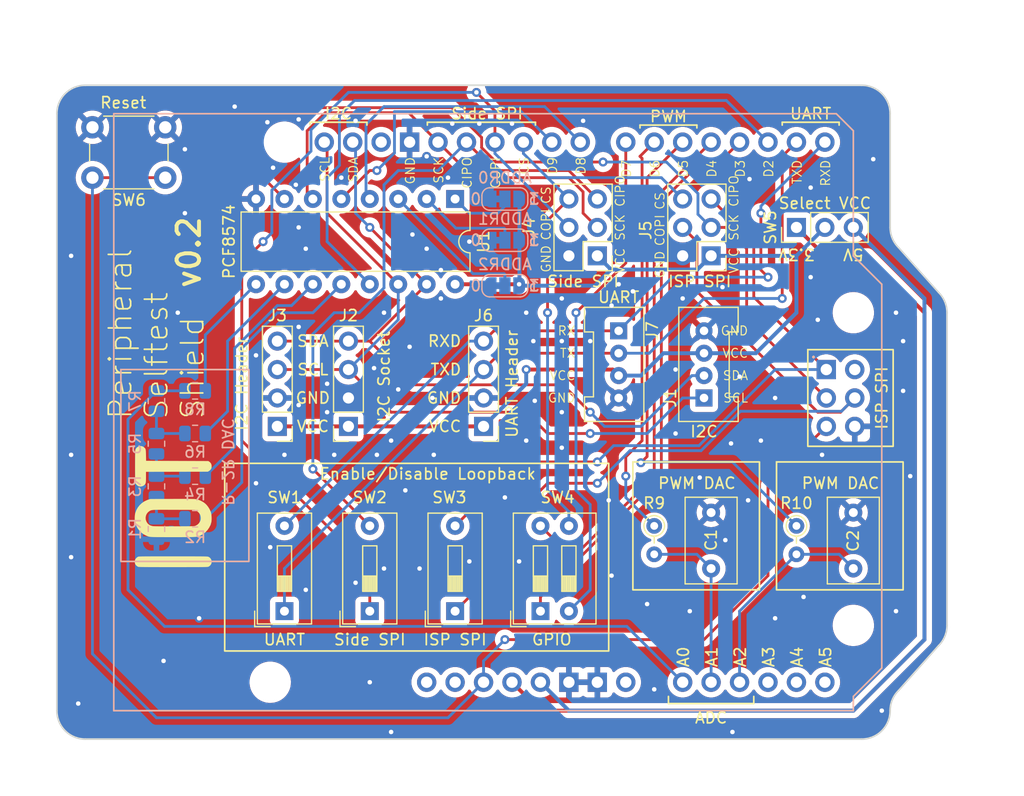
<source format=kicad_pcb>
(kicad_pcb (version 20221018) (generator pcbnew)
  (layers (0 "F.Cu" signal) (31 "B.Cu" signal) (34 "B.Paste" user) (35 "F.Paste" user) (36 "B.SilkS" user "B.Silkscreen") (37 "F.SilkS" user "F.Silkscreen") (38 "B.Mask" user) (39 "F.Mask" user) (44 "Edge.Cuts" user))
  (net 0 "")
  (net 1 "GND")
  (net 2 "/IOEXT_ADDR0")
  (net 3 "VCC")
  (net 4 "/IOEXT_ADDR1")
  (net 5 "/IOEXT_ADDR2")
  (net 6 "Net-(R1-Pad2)")
  (net 7 "/A2")
  (net 8 "Net-(R3-Pad2)")
  (net 9 "/R-2R_3")
  (net 10 "Net-(R5-Pad2)")
  (net 11 "/R-2R_2")
  (net 12 "/A0")
  (net 13 "/R-2R_1")
  (net 14 "/R-2R_0")
  (net 15 "/PWM0")
  (net 16 "/PWM1")
  (net 17 "/A5")
  (net 18 "/A1")
  (net 19 "/D9")
  (net 20 "/TXD")
  (net 21 "/RXD")
  (net 22 "/COPI_0")
  (net 23 "/CIPO_0")
  (net 24 "/COPI_1")
  (net 25 "/CIPO_1")
  (net 26 "/D3")
  (net 27 "/D8")
  (net 28 "/CS")
  (net 29 "/D4")
  (net 30 "+3.3V")
  (net 31 "+5V")
  (net 32 "/RST")
  (net 33 "/D7")
  (net 34 "/A4")
  (net 35 "/IOEXT_INT")
  (net 36 "/SCL")
  (net 37 "/SDA")
  (net 39 "/SCK_0")
  (net 41 "/SCK_1")
  (net 43 "/A3")
  (footprint "Custom Footprints:grove_uart" (layer "F.Cu") (at 136.525 68.12 -90)
    (fp_text reference "J7")
    (fp_text value "UART Grove")
  )
  (footprint "Package_DIP:DIP-16_W7.62mm" (layer "F.Cu") (at 121.92 53.34 -90)
    (fp_text reference "U1")
    (fp_text value "PCF8574")
  )
  (footprint "Custom Footprints:RIOT-Logo" (layer "F.Cu") (at 96.774 83.312 90)
    (fp_text reference "G***" hide)
    (fp_text value "RIOT-Logo" hide)
  )
  (footprint "Connector_PinHeader_2.54mm:PinHeader_1x04_P2.54mm_Vertical" (layer "F.Cu") (at 106.045 73.66 180)
    (fp_text reference "J3")
    (fp_text value "I2C Header")
  )
  (footprint "Custom Footprints:Arduino_Uno_R3_Shield" (layer "F.Cu") (at 91.44 99.06)
    (fp_text reference "XA1" hide)
    (fp_text value "Arduino_Uno_R3_Shield")
  )
  (footprint "Custom Footprints:grove_i2c" (layer "F.Cu") (at 144.145 68.12 90)
    (fp_text reference "J1")
    (fp_text value "I2C Grove")
  )
  (footprint "Button_Switch_THT:SW_DIP_SPSTx01_Slide_9.78x4.72mm_W7.62mm_P2.54mm" (layer "F.Cu") (at 106.68 90.17 90)
    (fp_text reference "SW1")
    (fp_text value "UART")
  )
  (footprint "Button_Switch_THT:SW_DIP_SPSTx01_Slide_9.78x4.72mm_W7.62mm_P2.54mm" (layer "F.Cu") (at 114.3 90.17 90)
    (fp_text reference "SW2")
    (fp_text value "Side SPI")
  )
  (footprint "Connector_PinHeader_2.54mm:PinHeader_1x04_P2.54mm_Vertical" (layer "F.Cu") (at 124.46 73.66 180)
    (fp_text reference "J6")
    (fp_text value "UART Header")
  )
  (footprint "Resistor_THT:R_Axial_DIN0204_L3.6mm_D1.6mm_P2.54mm_Vertical" (layer "F.Cu") (at 152.4 82.55 -90)
    (fp_text reference "R10")
    (fp_text value "1K")
  )
  (footprint "Connector_PinHeader_2.54mm:PinHeader_2x03_P2.54mm_Vertical" (layer "F.Cu") (at 134.62 58.42 180)
    (fp_text reference "J4")
    (fp_text value "Side SPI")
  )
  (footprint "Capacitor_THT:C_Disc_D7.5mm_W4.4mm_P5.00mm" (layer "F.Cu") (at 157.48 86.36 90)
    (fp_text reference "C2")
    (fp_text value "0.1 uF")
  )
  (footprint "Connector_PinHeader_2.54mm:PinHeader_1x03_P2.54mm_Vertical" (layer "F.Cu") (at 152.4 55.88 90)
    (fp_text reference "SW5")
    (fp_text value "Select VCC")
  )
  (footprint "Resistor_THT:R_Axial_DIN0204_L3.6mm_D1.6mm_P2.54mm_Vertical" (layer "F.Cu") (at 139.7 82.55 -90)
    (fp_text reference "R9")
    (fp_text value "1K")
  )
  (footprint "Connector_PinHeader_2.54mm:PinHeader_2x03_P2.54mm_Vertical" (layer "F.Cu") (at 144.78 58.42 180)
    (fp_text reference "J5")
    (fp_text value "ISP SPI")
  )
  (footprint "Connector_PinSocket_2.54mm:PinSocket_1x04_P2.54mm_Vertical" (layer "F.Cu") (at 112.395 73.66 180)
    (fp_text reference "J2")
    (fp_text value "I2C Socket")
  )
  (footprint "Button_Switch_THT:SW_DIP_SPSTx02_Slide_9.78x7.26mm_W7.62mm_P2.54mm" (layer "F.Cu") (at 129.54 90.17 90)
    (fp_text reference "SW4")
    (fp_text value "GPIO")
  )
  (footprint "Button_Switch_THT:SW_DIP_SPSTx01_Slide_9.78x4.72mm_W7.62mm_P2.54mm" (layer "F.Cu") (at 121.92 90.17 90)
    (fp_text reference "SW3")
    (fp_text value "ISP SPI")
  )
  (footprint "Capacitor_THT:C_Disc_D7.5mm_W4.4mm_P5.00mm" (layer "F.Cu") (at 144.78 86.36 90)
    (fp_text reference "C1")
    (fp_text value "0.1 uF")
  )
  (footprint "Button_Switch_THT:SW_PUSH_6mm_H4.3mm" (layer "F.Cu") (at 96.035 51.435 180)
    (fp_text reference "SW6")
    (fp_text value "Reset")
  )
  (footprint "Resistor_SMD:R_0805_2012Metric" (layer "B.Cu") (at 98.7025 78.105)
    (fp_text reference "R4")
    (fp_text value "20K" hide)
  )
  (footprint "Resistor_SMD:R_0805_2012Metric" (layer "B.Cu") (at 95.25 79.0175 90)
    (fp_text reference "R3")
    (fp_text value "10K" hide)
  )
  (footprint "Resistor_SMD:R_0805_2012Metric" (layer "B.Cu") (at 95.25 82.8275 90)
    (fp_text reference "R1")
    (fp_text value "20K" hide)
  )
  (footprint "Resistor_SMD:R_0805_2012Metric" (layer "B.Cu") (at 98.7025 74.295)
    (fp_text reference "R6")
    (fp_text value "20K" hide)
  )
  (footprint "Resistor_SMD:R_0805_2012Metric" (layer "B.Cu") (at 95.25 75.2075 90)
    (fp_text reference "R5")
    (fp_text value "10K" hide)
  )
  (footprint "Resistor_SMD:R_0805_2012Metric" (layer "B.Cu") (at 98.7025 70.485)
    (fp_text reference "R8")
    (fp_text value "20K" hide)
  )
  (footprint "Jumper:SolderJumper-3_P1.3mm_Bridged12_RoundedPad1.0x1.5mm_NumberLabels" (layer "B.Cu") (at 126.365 57.023)
    (fp_text reference "JP2" hide)
    (fp_text value "ADDR1")
  )
  (footprint "Jumper:SolderJumper-3_P1.3mm_Bridged12_RoundedPad1.0x1.5mm_NumberLabels" (layer "B.Cu") (at 126.365 61.087)
    (fp_text reference "JP3" hide)
    (fp_text value "ADDR2")
  )
  (footprint "Resistor_SMD:R_0805_2012Metric" (layer "B.Cu") (at 98.7025 81.915)
    (fp_text reference "R2")
    (fp_text value "20K" hide)
  )
  (footprint "Resistor_SMD:R_0805_2012Metric" (layer "B.Cu") (at 95.25 71.3975 90)
    (fp_text reference "R7")
    (fp_text value "10K" hide)
  )
  (footprint "Jumper:SolderJumper-3_P1.3mm_Bridged12_RoundedPad1.0x1.5mm_NumberLabels" (layer "B.Cu") (at 126.365 53.34)
    (fp_text reference "JP1" hide)
    (fp_text value "ADDR0")
  )
  (gr_rect (start 92.075 68.58) (end 103.505 85.725) (stroke (width 0.15)) (fill none) (layer "B.SilkS"))
  (gr_line (start 143.51 46.736) (end 143.51 46.99) (stroke (width 0.15)) (layer "F.SilkS"))
  (gr_rect (start 101.346 76.962) (end 135.636 93.726) (stroke (width 0.15)) (fill none) (layer "F.SilkS"))
  (gr_line (start 138.43 46.99) (end 138.43 46.736) (stroke (width 0.15)) (layer "F.SilkS"))
  (gr_line (start 140.97 97.79) (end 140.97 98.425) (stroke (width 0.15)) (layer "F.SilkS"))
  (gr_rect (start 137.795 76.835) (end 149.098 88.265) (stroke (width 0.15)) (fill none) (layer "F.SilkS"))
  (gr_line (start 129.093 46.482) (end 129.093 46.736) (stroke (width 0.15)) (layer "F.SilkS"))
  (gr_rect (start 150.622 76.835) (end 161.925 88.265) (stroke (width 0.15)) (fill none) (layer "F.SilkS"))
  (gr_line (start 151.13 46.482) (end 156.21 46.482) (stroke (width 0.15)) (layer "F.SilkS"))
  (gr_line (start 119.441 46.482) (end 129.093 46.482) (stroke (width 0.15)) (layer "F.SilkS"))
  (gr_line (start 119.441 46.736) (end 119.441 46.482) (stroke (width 0.15)) (layer "F.SilkS"))
  (gr_rect (start 153.416 66.802) (end 161.036 75.438) (stroke (width 0.15)) (fill none) (layer "F.SilkS"))
  (gr_line (start 156.21 46.482) (end 156.21 46.736) (stroke (width 0.15)) (layer "F.SilkS"))
  (gr_line (start 108.966 46.736) (end 108.966 46.482) (stroke (width 0.15)) (layer "F.SilkS"))
  (gr_line (start 151.13 46.736) (end 151.13 46.482) (stroke (width 0.15)) (layer "F.SilkS"))
  (gr_line (start 148.59 98.425) (end 148.59 97.79) (stroke (width 0.15)) (layer "F.SilkS"))
  (gr_line (start 140.97 98.425) (end 148.59 98.425) (stroke (width 0.15)) (layer "F.SilkS"))
  (gr_line (start 108.966 46.482) (end 114.046 46.482) (stroke (width 0.15)) (layer "F.SilkS"))
  (gr_line (start 114.046 46.482) (end 114.046 46.736) (stroke (width 0.15)) (layer "F.SilkS"))
  (gr_line (start 138.43 46.736) (end 143.51 46.736) (stroke (width 0.15)) (layer "F.SilkS"))
  (gr_line (start 165.1 93.236051) (end 161.507898 97.263949) (stroke (width 0.15)) (layer "Edge.Cuts"))
  (gr_arc (start 160.763949 99.06) (mid 160.957295 98.087984) (end 161.507898 97.263949) (stroke (width 0.15)) (layer "Edge.Cuts"))
  (gr_line (start 88.9 43.18) (end 158.223949 43.18) (stroke (width 0.15)) (layer "Edge.Cuts"))
  (gr_line (start 86.36 99.06) (end 86.36 45.72) (stroke (width 0.15)) (layer "Edge.Cuts"))
  (gr_line (start 161.507898 57.676051) (end 165.1 61.703949) (stroke (width 0.15)) (layer "Edge.Cuts"))
  (gr_arc (start 165.843949 91.44) (mid 165.650603 92.412016) (end 165.1 93.236051) (stroke (width 0.15)) (layer "Edge.Cuts"))
  (gr_arc (start 160.763949 99.06) (mid 160.02 100.856051) (end 158.223949 101.6) (stroke (width 0.15)) (layer "Edge.Cuts"))
  (gr_arc (start 86.36 45.72) (mid 87.103949 43.923949) (end 88.9 43.18) (stroke (width 0.15)) (layer "Edge.Cuts"))
  (gr_arc (start 158.223949 43.18) (mid 160.02 43.923949) (end 160.763949 45.72) (stroke (width 0.15)) (layer "Edge.Cuts"))
  (gr_arc (start 165.1 61.703949) (mid 165.650603 62.527984) (end 165.843949 63.5) (stroke (width 0.15)) (layer "Edge.Cuts"))
  (gr_line (start 158.223949 101.6) (end 88.9 101.6) (stroke (width 0.15)) (layer "Edge.Cuts"))
  (gr_arc (start 161.507898 57.676051) (mid 160.957295 56.852016) (end 160.763949 55.88) (stroke (width 0.15)) (layer "Edge.Cuts"))
  (gr_line (start 165.843949 63.5) (end 165.843949 91.44) (stroke (width 0.15)) (layer "Edge.Cuts"))
  (gr_line (start 160.763949 55.88) (end 160.763949 45.72) (stroke (width 0.15)) (layer "Edge.Cuts"))
  (gr_arc (start 88.9 101.6) (mid 87.103949 100.856051) (end 86.36 99.06) (stroke (width 0.15)) (layer "Edge.Cuts"))
  (gr_text "R-2R DAC" (at 101.6 76.835 -90) (layer "B.SilkS") (effects (font (size 1 1)) (justify mirror)))
  (gr_text "v0.2" (at 99.314 61.468 90) (layer "F.SilkS") (effects (font (size 2 2) (thickness 0.35) bold) (justify left bottom)))
  (gr_text "D5" (at 142.301 49.784 90) (layer "F.SilkS") (effects (font (size 0.8 0.8) (thickness 0.1)) (justify right)))
  (gr_text "PWM DAC" (at 156.337 78.74) (layer "F.SilkS") (effects (font (size 1 1))))
  (gr_text "CIPO" (at 122.997 49.53 90) (layer "F.SilkS") (effects (font (size 0.8 0.8) (thickness 0.1)) (justify right)))
  (gr_text "D8" (at 133.157 49.53 90) (layer "F.SilkS") (effects (font (size 0.8 0.8) (thickness 0.1)) (justify right)))
  (gr_text "VCC" (at 109.22 73.66) (layer "F.SilkS") (effects (font (size 1 1))))
  (gr_text "3.3V" (at 152.4 58.293 180) (layer "F.SilkS") (effects (font (size 1 1))))
  (gr_text "VCC" (at 136.652 57.658 90) (layer "F.SilkS") (effects (font (size 0.8 0.8) (thickness 0.1)) (justify right)))
  (gr_text "CS" (at 130.048 53.848 90) (layer "F.SilkS") (effects (font (size 0.8 0.8) (thickness 0.1)) (justify left)))
  (gr_text "CIPO" (at 146.812 54.102 90) (layer "F.SilkS") (effects (font (size 0.8 0.8) (thickness 0.1)) (justify left)))
  (gr_text "GND" (at 122.555 71.12) (layer "F.SilkS") (effects (font (size 1 1)) (justify right)))
  (gr_text "D6" (at 139.761 49.784 90) (layer "F.SilkS") (effects (font (size 0.8 0.8) (thickness 0.1)) (justify right)))
  (gr_text "SCL" (at 109.22 68.58) (layer "F.SilkS") (effects (font (size 1 1))))
  (gr_text "D2" (at 149.921 49.784 90) (layer "F.SilkS") (effects (font (size 0.8 0.8) (thickness 0.1)) (justify right)))
  (gr_text "SDA" (at 109.22 66.04) (layer "F.SilkS") (effects (font (size 1 1))))
  (gr_text "COPI" (at 130.048 55.626 90) (layer "F.SilkS") (effects (font (size 0.8 0.8) (thickness 0.1))))
  (gr_text "I2C" (at 111.506 45.72) (layer "F.SilkS") (effects (font (size 1 1))))
  (gr_text "A4" (at 152.461 95.25 90) (layer "F.SilkS") (effects (font (size 1 1)) (justify left)))
  (gr_text "CS" (at 140.208 54.356 90) (layer "F.SilkS") (effects (font (size 0.8 0.8) (thickness 0.1)) (justify left)))
  (gr_text "RXD" (at 155.001 49.784 90) (layer "F.SilkS") (effects (font (size 0.8 0.8) (thickness 0.1)) (justify right)))
  (gr_text "Peripheral\nSelftest\nShield" (at 95.25 73.152 90) (layer "F.SilkS") (effects (font (size 2 2)) (justify left)))
  (gr_text "VCC" (at 122.555 73.66) (layer "F.SilkS") (effects (font (size 1 1)) (justify right)))
  (gr_text "RXD" (at 122.555 66.04) (layer "F.SilkS") (effects (font (size 1 1)) (justify right)))
  (gr_text "A5" (at 155.001 95.25 90) (layer "F.SilkS") (effects (font (size 1 1)) (justify left)))
  (gr_text "CS" (at 128.077 49.53 90) (layer "F.SilkS") (effects (font (size 0.8 0.8) (thickness 0.1)) (justify right)))
  (gr_text "A1" (at 144.841 95.25 90) (layer "F.SilkS") (effects (font (size 1 1)) (justify left)))
  (gr_text "D9" (at 130.617 49.53 90) (layer "F.SilkS") (effects (font (size 0.8 0.8) (thickness 0.1)) (justify right)))
  (gr_text "ADC" (at 144.78 99.695) (layer "F.SilkS") (effects (font (size 1 1))))
  (gr_text "PWM DAC" (at 143.51 78.74) (layer "F.SilkS") (effects (font (size 1 1))))
  (gr_text "Enable/Disable Loopback" (at 109.728 78.486) (layer "F.SilkS") (effects (font (size 1 1)) (justify left bottom)))
  (gr_text "D3" (at 147.381 49.784 90) (layer "F.SilkS") (effects (font (size 0.8 0.8) (thickness 0.1)) (justify right)))
  (gr_text "SCL" (at 110.297 49.53 90) (layer "F.SilkS") (effects (font (size 0.8 0.8) (thickness 0.1)) (justify right)))
  (gr_text "A0" (at 142.301 95.25 90) (layer "F.SilkS") (effects (font (size 1 1)) (justify left)))
  (gr_text "D7" (at 137.221 49.784 90) (layer "F.SilkS") (effects (font (size 0.8 0.8) (thickness 0.1)) (justify right)))
  (gr_text "CIPO" (at 136.652 54.102 90) (layer "F.SilkS") (effects (font (size 0.8 0.8) (thickness 0.1)) (justify left)))
  (gr_text "SCK" (at 136.652 55.88 90) (layer "F.SilkS") (effects (font (size 0.8 0.8) (thickness 0.1))))
  (gr_text "5V" (at 157.48 58.293 180) (layer "F.SilkS") (effects (font (size 1 1))))
  (gr_text "UART" (at 153.67 45.72) (layer "F.SilkS") (effects (font (size 1 1))))
  (gr_text "SCK" (at 146.812 55.88 90) (layer "F.SilkS") (effects (font (size 0.8 0.8) (thickness 0.1))))
  (gr_text "A2" (at 147.381 95.25 90) (layer "F.SilkS") (effects (font (size 1 1)) (justify left)))
  (gr_text "Side SPI" (at 124.775 45.72) (layer "F.SilkS") (effects (font (size 1 1))))
  (gr_text "SDA" (at 112.837 49.53 90) (layer "F.SilkS") (effects (font (size 0.8 0.8) (thickness 0.1)) (justify right)))
  (gr_text "D4" (at 144.841 49.784 90) (layer "F.SilkS") (effects (font (size 0.8 0.8) (thickness 0.1)) (justify right)))
  (gr_text "ISP SPI" (at 160.02 71.12 90) (layer "F.SilkS") (effects (font (size 1 1))))
  (gr_text "COPI" (at 140.208 56.134 90) (layer "F.SilkS") (effects (font (size 0.8 0.8) (thickness 0.1))))
  (gr_text "COPI" (at 125.537 49.53 90) (layer "F.SilkS") (effects (font (size 0.8 0.8) (thickness 0.1)) (justify right)))
  (gr_text "GND" (at 117.917 49.53 90) (layer "F.SilkS") (effects (font (size 0.8 0.8) (thickness 0.1)) (justify right)))
  (gr_text "PWM" (at 140.97 45.974) (layer "F.SilkS") (effects (font (size 1 1))))
  (gr_text "SCK" (at 120.457 49.53 90) (layer "F.SilkS") (effects (font (size 0.8 0.8) (thickness 0.1)) (justify right)))
  (gr_text "VCC" (at 146.812 57.658 90) (layer "F.SilkS") (effects (font (size 0.8 0.8) (thickness 0.1)) (justify right)))
  (gr_text "GND" (at 140.208 57.912 90) (layer "F.SilkS") (effects (font (size 0.8 0.8) (thickness 0.1)) (justify right)))
  (gr_text "GND" (at 109.22 71.12) (layer "F.SilkS") (effects (font (size 1 1))))
  (gr_text "GND" (at 130.048 57.404 90) (layer "F.SilkS") (effects (font (size 0.8 0.8) (thickness 0.1)) (justify right)))
  (gr_text "TXD" (at 122.555 68.58) (layer "F.SilkS") (effects (font (size 1 1)) (justify right)))
  (gr_text "TXD" (at 152.461 49.784 90) (layer "F.SilkS") (effects (font (size 0.8 0.8) (thickness 0.1)) (justify right)))
  (gr_text "A3" (at 149.921 95.25 90) (layer "F.SilkS") (effects (font (size 1 1)) (justify left)))
  (via (at 126.365 80.01) (size 0.8) (drill 0.4) (layers "F.Cu" "B.Cu") (net 1))
  (via (at 104.14 67.31) (size 0.8) (drill 0.4) (layers "F.Cu" "B.Cu") (net 1))
  (via (at 161.925 66.04) (size 0.8) (drill 0.4) (layers "F.Cu" "B.Cu") (net 1))
  (via (at 119.38 57.785) (size 0.8) (drill 0.4) (layers "F.Cu" "B.Cu") (net 1))
  (via (at 135.89 62.865) (size 0.8) (drill 0.4) (layers "F.Cu" "B.Cu") (net 1))
  (via (at 87.63 85.344) (size 0.8) (drill 0.4) (layers "F.Cu" "B.Cu") (net 1))
  (via (at 119.888 71.12) (size 0.8) (drill 0.4) (layers "F.Cu" "B.Cu") (net 1))
  (via (at 129.032 71.374) (size 0.8) (drill 0.4) (layers "F.Cu" "B.Cu") (net 1))
  (via (at 115.57 86.36) (size 0.8) (drill 0.4) (layers "F.Cu" "B.Cu") (net 1))
  (via (at 108.585 57.785) (size 0.8) (drill 0.4) (layers "F.Cu" "B.Cu") (net 1))
  (via (at 95.885 94.615) (size 0.8) (drill 0.4) (layers "F.Cu" "B.Cu") (net 1))
  (via (at 114.3 96.52) (size 0.8) (drill 0.4) (layers "F.Cu" "B.Cu") (net 1))
  (via (at 127.635 85.725) (size 0.8) (drill 0.4) (layers "F.Cu" "B.Cu") (net 1))
  (via (at 114.935 76.2) (size 0.8) (drill 0.4) (layers "F.Cu" "B.Cu") (net 1))
  (via (at 105.664 50.546) (size 0.8) (drill 0.4) (layers "F.Cu" "B.Cu") (net 1))
  (via (at 142.24 62.23) (size 0.8) (drill 0.4) (layers "F.Cu" "B.Cu") (net 1))
  (via (at 159.258 49.784) (size 0.8) (drill 0.4) (layers "F.Cu" "B.Cu") (net 1))
  (via (at 105.41 84.455) (size 0.8) (drill 0.4) (layers "F.Cu" "B.Cu") (net 1))
  (via (at 118.11 56.515) (size 0.8) (drill 0.4) (layers "F.Cu" "B.Cu") (net 1))
  (via (at 87.63 76.2) (size 0.8) (drill 0.4) (layers "F.Cu" "B.Cu") (net 1))
  (via (at 116.84 70.358) (size 0.8) (drill 0.4) (layers "F.Cu" "B.Cu") (net 1))
  (via (at 111.76 51.435) (size 0.8) (drill 0.4) (layers "F.Cu" "B.Cu") (net 1))
  (via (at 131.445 66.04) (size 0.8) (drill 0.4) (layers "F.Cu" "B.Cu") (net 1))
  (via (at 146.558 75.184) (size 0.8) (drill 0.4) (layers "F.Cu" "B.Cu") (net 1))
  (via (at 116.205 100.965) (size 0.8) (drill 0.4) (layers "F.Cu" "B.Cu") (net 1))
  (via (at 162.56 78.105) (size 0.8) (drill 0.4) (layers "F.Cu" "B.Cu") (net 1))
  (via (at 107.95 64.77) (size 0.8) (drill 0.4) (layers "F.Cu" "B.Cu") (net 1))
  (via (at 117.475 79.375) (size 0.8) (drill 0.4) (layers "F.Cu" "B.Cu") (net 1))
  (via (at 121.666 46.609) (size 0.8) (drill 0.4) (layers "F.Cu" "B.Cu") (net 1))
  (via (at 107.95 55.88) (size 0.8) (drill 0.4) (layers "F.Cu" "B.Cu") (net 1))
  (via (at 128.27 74.93) (size 0.8) (drill 0.4) (layers "F.Cu" "B.Cu") (net 1))
  (via (at 119.38 49.53) (size 0.8) (drill 0.4) (layers "F.Cu" "B.Cu") (net 1))
  (via (at 105.156 46.482) (size 0.8) (drill 0.4) (layers "F.Cu" "B.Cu") (net 1))
  (via (at 120.65 62.23) (size 0.8) (drill 0.4) (layers "F.Cu" "B.Cu") (net 1))
  (via (at 131.445 72.39) (size 0.8) (drill 0.4) (layers "F.Cu" "B.Cu") (net 1))
  (via (at 147.32 69.215) (size 0.8) (drill 0.4) (layers "F.Cu" "B.Cu") (net 1))
  (via (at 97.155 63.5) (size 0.8) (drill 0.4) (layers "F.Cu" "B.Cu") (net 1))
  (via (at 127 46.609) (size 0.8) (drill 0.4) (layers "F.Cu" "B.Cu") (net 1))
  (via (at 97.79 48.895) (size 0.8) (drill 0.4) (layers "F.Cu" "B.Cu") (net 1))
  (via (at 153.67 52.324) (size 0.8) (drill 0.4) (layers "F.Cu" "B.Cu") (net 1))
  (via (at 141.605 68.58) (size 0.8) (drill 0.4) (layers "F.Cu" "B.Cu") (net 1))
  (via (at 153.035 88.9) (size 0.8) (drill 0.4) (layers "F.Cu" "B.Cu") (net 1))
  (via (at 124.079 46.609) (size 0.8) (drill 0.4) (layers "F.Cu" "B.Cu") (net 1))
  (via (at 160.02 99.06) (size 0.8) (drill 0.4) (layers "F.Cu" "B.Cu") (net 1))
  (via (at 99.06 90.805) (size 0.8) (drill 0.4) (layers "F.Cu" "B.Cu") (net 1))
  (via (at 136.525 60.96) (size 0.8) (drill 0.4) (layers "F.Cu" "B.Cu") (net 1))
  (via (at 137.795 61.595) (size 0.8) (drill 0.4) (layers "F.Cu" "B.Cu") (net 1))
  (via (at 145.796 61.214) (size 0.8) (drill 0.4) (layers "F.Cu" "B.Cu") (net 1))
  (via (at 110.49 72.39) (size 0.8) (drill 0.4) (layers "F.Cu" "B.Cu") (net 1))
  (via (at 113.03 46.355) (size 0.8) (drill 0.4) (layers "F.Cu" "B.Cu") (net 1))
  (via (at 148.209 51.562) (size 0.8) (drill 0.4) (layers "F.Cu" "B.Cu") (net 1))
  (via (at 121.285 51.435) (size 0.8) (drill 0.4) (layers "F.Cu" "B.Cu") (net 1))
  (via (at 143.764 78.232) (size 0.8) (drill 0.4) (layers "F.Cu" "B.Cu") (net 1))
  (via (at 131.445 62.23) (size 0.8) (drill 0.4) (layers "F.Cu" "B.Cu") (net 1))
  (via (at 154.686 76.2) (size 0.8) (drill 0.4) (layers "F.Cu" "B.Cu") (net 1))
  (via (at 139.7 97.155) (size 0.8) (drill 0.4) (layers "F.Cu" "B.Cu") (net 1))
  (via (at 150.495 90.805) (size 0.8) (drill 0.4) (layers "F.Cu" "B.Cu") (net 1))
  (via (at 142.875 90.17) (size 0.8) (drill 0.4) (layers "F.Cu" "B.Cu") (net 1))
  (via (at 135.89 86.995) (size 0.8) (drill 0.4) (layers "F.Cu" "B.Cu") (net 1))
  (via (at 161.29 90.17) (size 0.8) (drill 0.4) (layers "F.Cu" "B.Cu") (net 1))
  (via (at 88.265 98.425) (size 0.8) (drill 0.4) (layers "F.Cu" "B.Cu") (net 1))
  (via (at 107.95 71.755) (size 0.8) (drill 0.4) (layers "F.Cu" "B.Cu") (net 1))
  (via (at 148.082 80.264) (size 0.8) (drill 0.4) (layers "F.Cu" "B.Cu") (net 1))
  (via (at 117.856 66.548) (size 0.8) (drill 0.4) (layers "F.Cu" "B.Cu") (net 1))
  (via (at 120.65 59.69) (size 0.8) (drill 0.4) (layers "F.Cu" "B.Cu") (net 1))
  (via (at 107.696 52.07) (size 0.8) (drill 0.4) (layers "F.Cu" "B.Cu") (net 1))
  (via (at 123.19 85.725) (size 0.8) (drill 0.4) (layers "F.Cu" "B.Cu") (net 1))
  (via (at 113.03 87.63) (size 0.8) (drill 0.4) (layers "F.Cu" "B.Cu") (net 1))
  (via (at 139.065 89.535) (size 0.8) (drill 0.4) (layers "F.Cu" "B.Cu") (net 1))
  (via (at 102.235 45.085) (size 0.8) (drill 0.4) (layers "F.Cu" "B.Cu") (net 1))
  (via (at 146.05 83.82) (size 0.8) (drill 0.4) (layers "F.Cu" "B.Cu") (net 1))
  (via (at 150.495 71.12) (size 0.8) (drill 0.4) (layers "F.Cu" "B.Cu") (net 1))
  (via (at 108.585 88.265) (size 0.8) (drill 0.4) (layers "F.Cu" "B.Cu") (net 1))
  (via (at 116.205 74.93) (size 0.8) (drill 0.4) (layers "F.Cu" "B.Cu") (net 1))
  (via (at 154.305 64.135) (size 0.8) (drill 0.4) (layers "F.Cu" "B.Cu") (net 1))
  (via (at 149.225 74.93) (size 0.8) (drill 0.4) (layers "F.Cu" "B.Cu") (net 1))
  (via (at 97.79 54.61) (size 0.8) (drill 0.4) (layers "F.Cu" "B.Cu") (net 1))
  (via (at 161.925 70.485) (size 0.8) (drill 0.4) (layers "F.Cu" "B.Cu") (net 1))
  (via (at 133.985 66.04) (size 0.8) (drill 0.4) (layers "F.Cu" "B.Cu") (net 1))
  (via (at 114.681 68.453) (size 0.8) (drill 0.4) (layers "F.Cu" "B.Cu") (net 1))
  (via (at 111.125 76.2) (size 0.8) (drill 0.4) (layers "F.Cu" "B.Cu") (net 1))
  (via (at 123.19 57.15) (size 0.8) (drill 0.4) (layers "F.Cu" "B.Cu") (net 1))
  (via (at 128.27 63.5) (size 0.8) (drill 0.4) (layers "F.Cu" "B.Cu") (net 1))
  (via (at 107.95 46.228) (size 0.8) (drill 0.4) (layers "F.Cu" "B.Cu") (net 1))
  (via (at 120.015 76.2) (size 0.8) (drill 0.4) (layers "F.Cu" "B.Cu") (net 1))
  (via (at 115.57 63.5) (size 0.8) (drill 0.4) (layers "F.Cu" "B.Cu") (net 1))
  (via (at 87.63 58.42) (size 0.8) (drill 0.4) (layers "F.Cu" "B.Cu") (net 1))
  (via (at 106.68 76.2) (size 0.8) (drill 0.4) (layers "F.Cu" "B.Cu") (net 1))
  (via (at 135.636 80.264) (size 0.8) (drill 0.4) (layers "F.Cu" "B.Cu") (net 1))
  (via (at 131.445 75.565) (size 0.8) (drill 0.4) (layers "F.Cu" "B.Cu") (net 1))
  (via (at 104.14 78.74) (size 0.8) (drill 0.4) (layers "F.Cu" "B.Cu") (net 1))
  (via (at 146.685 100.965) (size 0.8) (drill 0.4) (layers "F.Cu" "B.Cu") (net 1))
  (via (at 110.49 69.85) (size 0.8) (drill 0.4) (layers "F.Cu" "B.Cu") (net 1))
  (via (at 128.905 66.04) (size 0.8) (drill 0.4) (layers "F.Cu" "B.Cu") (net 1))
  (via (at 153.67 60.325) (size 0.8) (drill 0.4) (layers "F.Cu" "B.Cu") (net 1))
  (via (at 133.35 46.355) (size 0.8) (drill 0.4) (layers "F.Cu" "B.Cu") (net 1))
  (via (at 161.29 63.5) (size 0.8) (drill 0.4) (layers "F.Cu" "B.Cu") (net 1))
  (via (at 118.745 86.36) (size 0.8) (drill 0.4) (layers "F.Cu" "B.Cu") (net 1))
  (via (at 141.605 74.295) (size 0.8) (drill 0.4) (layers "F.Cu" "B.Cu") (net 1))
  (segment (start 123.19 54.61) (end 125.73 54.61) (width 0.25) (layer "B.Cu") (net 2))
  (segment (start 126.365 53.975) (end 126.365 53.34) (width 0.25) (layer "B.Cu") (net 2))
  (segment (start 121.92 53.34) (end 123.19 54.61) (width 0.25) (layer "B.Cu") (net 2))
  (segment (start 125.73 54.61) (end 126.365 53.975) (width 0.25) (layer "B.Cu") (net 2))
  (segment (start 121.92 60.96) (end 127.635 60.96) (width 0.35) (layer "F.Cu") (net 3))
  (segment (start 135.985 68.58) (end 136.525 69.12) (width 0.35) (layer "F.Cu") (net 3))
  (segment (start 112.395 73.66) (end 106.045 73.66) (width 0.35) (layer "F.Cu") (net 3))
  (segment (start 112.395 73.66) (end 124.46 73.66) (width 0.35) (layer "F.Cu") (net 3))
  (segment (start 128.27 68.58) (end 135.985 68.58) (width 0.35) (layer "F.Cu") (net 3))
  (via (at 127.635 60.96) (size 0.8) (drill 0.4) (layers "F.Cu" "B.Cu") (net 3))
  (via (at 128.27 68.58) (size 0.8) (drill 0.4) (layers "F.Cu" "B.Cu") (net 3))
  (segment (start 148.78 67.12) (end 144.145 67.12) (width 0.35) (layer "B.Cu") (net 3))
  (segment (start 144.78 58.42) (end 143.555 59.645) (width 0.35) (layer "B.Cu") (net 3))
  (segment (start 144.145 67.12) (end 140.525 67.12) (width 0.35) (layer "B.Cu") (net 3))
  (segment (start 127.665 57.023) (end 127.665 61.087) (width 0.35) (layer "B.Cu") (net 3))
  (segment (start 138.525 69.12) (end 140.525 67.12) (width 0.35) (layer "B.Cu") (net 3))
  (segment (start 127.665 57.023) (end 127.665 53.34) (width 0.35) (layer "B.Cu") (net 3))
  (segment (start 135.845 59.645) (end 134.62 58.42) (width 0.35) (layer "B.Cu") (net 3))
  (segment (start 152.4 58.42) (end 144.78 58.42) (width 0.35) (layer "B.Cu") (net 3))
  (segment (start 143.555 59.645) (end 135.845 59.645) (width 0.35) (layer "B.Cu") (net 3))
  (segment (start 154.94 55.88) (end 152.4 58.42) (width 0.35) (layer "B.Cu") (net 3))
  (segment (start 152.4 63.5) (end 148.78 67.12) (width 0.35) (layer "B.Cu") (net 3))
  (segment (start 136.525 69.12) (end 138.525 69.12) (width 0.35) (layer "B.Cu") (net 3))
  (segment (start 127.665 61.087) (end 134.403 61.087) (width 0.35) (layer "B.Cu") (net 3))
  (segment (start 152.4 58.42) (end 152.4 63.5) (width 0.35) (layer "B.Cu") (net 3))
  (segment (start 135.845 59.645) (end 134.403 61.087) (width 0.35) (layer "B.Cu") (net 3))
  (segment (start 124.46 73.66) (end 128.27 69.85) (width 0.35) (layer "B.Cu") (net 3))
  (segment (start 128.27 69.85) (end 128.27 68.58) (width 0.35) (layer "B.Cu") (net 3))
  (segment (start 126.29 55.948) (end 126.365 56.023) (width 0.25) (layer "B.Cu") (net 4))
  (segment (start 121.988 55.948) (end 126.29 55.948) (width 0.25) (layer "B.Cu") (net 4))
  (segment (start 126.365 56.023) (end 126.365 57.023) (width 0.25) (layer "B.Cu") (net 4))
  (segment (start 119.38 53.34) (end 121.988 55.948) (width 0.25) (layer "B.Cu") (net 4))
  (segment (start 126.29 60.012) (end 123.512 60.012) (width 0.25) (layer "B.Cu") (net 5))
  (segment (start 126.365 61.087) (end 126.365 60.087) (width 0.25) (layer "B.Cu") (net 5))
  (segment (start 116.84 53.34) (end 123.512 60.012) (width 0.25) (layer "B.Cu") (net 5))
  (segment (start 126.365 60.087) (end 126.29 60.012) (width 0.25) (layer "B.Cu") (net 5))
  (segment (start 95.25 79.93) (end 95.25 81.915) (width 0.25) (layer "B.Cu") (net 6))
  (segment (start 95.25 81.915) (end 97.79 81.915) (width 0.25) (layer "B.Cu") (net 6))
  (segment (start 147.32 90.17) (end 152.4 85.09) (width 0.25) (layer "B.Cu") (net 7))
  (segment (start 147.32 96.52) (end 147.32 90.17) (width 0.25) (layer "B.Cu") (net 7))
  (segment (start 156.21 85.09) (end 157.48 86.36) (width 0.25) (layer "B.Cu") (net 7))
  (segment (start 152.4 85.09) (end 156.21 85.09) (width 0.25) (layer "B.Cu") (net 7))
  (segment (start 95.25 76.12) (end 95.25 78.105) (width 0.25) (layer "B.Cu") (net 8))
  (segment (start 95.25 78.105) (end 97.79 78.105) (width 0.25) (layer "B.Cu") (net 8))
  (segment (start 109.219302 63.500698) (end 106.045698 63.500698) (width 0.25) (layer "B.Cu") (net 9))
  (segment (start 102.870698 78.659302) (end 99.615 81.915) (width 0.25) (layer "B.Cu") (net 9))
  (segment (start 102.870698 66.675698) (end 102.870698 78.659302) (width 0.25) (layer "B.Cu") (net 9))
  (segment (start 111.76 60.96) (end 109.219302 63.500698) (width 0.25) (layer "B.Cu") (net 9))
  (segment (start 106.045698 63.500698) (end 102.870698 66.675698) (width 0.25) (layer "B.Cu") (net 9))
  (segment (start 95.25 74.295) (end 97.79 74.295) (width 0.25) (layer "B.Cu") (net 10))
  (segment (start 95.25 72.31) (end 95.25 74.295) (width 0.25) (layer "B.Cu") (net 10))
  (segment (start 106.045 62.865) (end 102.235 66.675) (width 0.25) (layer "B.Cu") (net 11))
  (segment (start 102.235 66.675) (end 102.235 75.485) (width 0.25) (layer "B.Cu") (net 11))
  (segment (start 102.235 75.485) (end 99.615 78.105) (width 0.25) (layer "B.Cu") (net 11))
  (segment (start 107.315 62.865) (end 106.045 62.865) (width 0.25) (layer "B.Cu") (net 11))
  (segment (start 109.22 60.96) (end 107.315 62.865) (width 0.25) (layer "B.Cu") (net 11))
  (segment (start 95.25 70.485) (end 92.71 73.025) (width 0.25) (layer "B.Cu") (net 12))
  (segment (start 137.25 91.53) (end 95.975 91.53) (width 0.25) (layer "B.Cu") (net 12))
  (segment (start 92.71 88.265) (end 95.975 91.53) (width 0.25) (layer "B.Cu") (net 12))
  (segment (start 142.24 96.52) (end 137.25 91.53) (width 0.25) (layer "B.Cu") (net 12))
  (segment (start 95.25 70.485) (end 97.79 70.485) (width 0.25) (layer "B.Cu") (net 12))
  (segment (start 92.71 73.025) (end 92.71 88.265) (width 0.25) (layer "B.Cu") (net 12))
  (segment (start 106.68 60.96) (end 101.6 66.04) (width 0.25) (layer "B.Cu") (net 13))
  (segment (start 101.6 72.31) (end 99.615 74.295) (width 0.25) (layer "B.Cu") (net 13))
  (segment (start 101.6 66.04) (end 101.6 72.31) (width 0.25) (layer "B.Cu") (net 13))
  (segment (start 99.615 65.485) (end 104.14 60.96) (width 0.25) (layer "B.Cu") (net 14))
  (segment (start 99.615 70.485) (end 99.615 65.485) (width 0.25) (layer "B.Cu") (net 14))
  (segment (start 138.503028 76.908028) (end 139.065 76.346056) (width 0.25) (layer "F.Cu") (net 15))
  (segment (start 139.065 51.435) (end 142.24 48.26) (width 0.25) (layer "F.Cu") (net 15))
  (segment (start 139.065 76.346056) (end 139.065 51.435) (width 0.25) (layer "F.Cu") (net 15))
  (via (at 138.503028 76.908028) (size 0.8) (drill 0.4) (layers "F.Cu" "B.Cu") (net 15))
  (segment (start 146.685 76.835) (end 138.43 76.835) (width 0.25) (layer "B.Cu") (net 15))
  (segment (start 152.4 82.55) (end 146.685 76.835) (width 0.25) (layer "B.Cu") (net 15))
  (segment (start 138.615 49.715) (end 138.615 74.93) (width 0.25) (layer "F.Cu") (net 16))
  (segment (start 138.43 49.53) (end 138.615 49.715) (width 0.25) (layer "F.Cu") (net 16))
  (segment (start 139.7 48.26) (end 138.43 49.53) (width 0.25) (layer "F.Cu") (net 16))
  (segment (start 138.615 74.93) (end 137.16 76.385) (width 0.25) (layer "F.Cu") (net 16))
  (segment (start 137.16 76.385) (end 137.16 78.105) (width 0.25) (layer "F.Cu") (net 16))
  (via (at 137.16 78.105) (size 0.8) (drill 0.4) (layers "F.Cu" "B.Cu") (net 16))
  (segment (start 137.16 78.105) (end 137.16 80.01) (width 0.25) (layer "B.Cu") (net 16))
  (segment (start 137.16 80.01) (end 139.7 82.55) (width 0.25) (layer "B.Cu") (net 16))
  (segment (start 143.51 85.09) (end 144.78 86.36) (width 0.25) (layer "B.Cu") (net 18))
  (segment (start 139.7 85.09) (end 143.51 85.09) (width 0.25) (layer "B.Cu") (net 18))
  (segment (start 144.78 96.52) (end 144.78 86.36) (width 0.25) (layer "B.Cu") (net 18))
  (segment (start 111.76 53.34) (end 114.3 50.8) (width 0.25) (layer "F.Cu") (net 19))
  (segment (start 114.3 50.8) (end 114.935 50.8) (width 0.25) (layer "F.Cu") (net 19))
  (via (at 114.935 50.8) (size 0.8) (drill 0.4) (layers "F.Cu" "B.Cu") (net 19))
  (segment (start 127.831 45.535) (end 130.556 48.26) (width 0.25) (layer "B.Cu") (net 19))
  (segment (start 116.5046 49.2304) (end 116.5046 45.535) (width 0.25) (layer "B.Cu") (net 19))
  (segment (start 116.5046 45.535) (end 127.831 45.535) (width 0.25) (layer "B.Cu") (net 19))
  (segment (start 114.935 50.8) (end 116.5046 49.2304) (width 0.25) (layer "B.Cu") (net 19))
  (segment (start 125.92 67.12) (end 136.525 67.12) (width 0.25) (layer "F.Cu") (net 20))
  (segment (start 151.13 49.53) (end 152.4 48.26) (width 0.25) (layer "F.Cu") (net 20))
  (segment (start 124.46 68.58) (end 125.92 67.12) (width 0.25) (layer "F.Cu") (net 20))
  (segment (start 151.13 62.23) (end 151.13 49.53) (width 0.25) (layer "F.Cu") (net 20))
  (via (at 151.13 62.23) (size 0.8) (drill 0.4) (layers "F.Cu" "B.Cu") (net 20))
  (segment (start 144.145 62.23) (end 151.13 62.23) (width 0.25) (layer "B.Cu") (net 20))
  (segment (start 106.68 86.36) (end 124.46 68.58) (width 0.25) (layer "B.Cu") (net 20))
  (segment (start 144.145 62.23) (end 139.255 67.12) (width 0.25) (layer "B.Cu") (net 20))
  (segment (start 106.68 90.17) (end 106.68 86.36) (width 0.25) (layer "B.Cu") (net 20))
  (segment (start 136.525 67.12) (end 139.255 67.12) (width 0.25) (layer "B.Cu") (net 20))
  (segment (start 149.225 54.61) (end 149.225 59.69) (width 0.25) (layer "F.Cu") (net 21))
  (segment (start 124.46 66.04) (end 125.38 65.12) (width 0.25) (layer "F.Cu") (net 21))
  (segment (start 125.38 65.12) (end 136.525 65.12) (width 0.25) (layer "F.Cu") (net 21))
  (segment (start 149.225 59.69) (end 149.86 60.325) (width 0.25) (layer "F.Cu") (net 21))
  (via (at 149.225 54.61) (size 0.8) (drill 0.4) (layers "F.Cu" "B.Cu") (net 21))
  (via (at 149.86 60.325) (size 0.8) (drill 0.4) (layers "F.Cu" "B.Cu") (net 21))
  (segment (start 141.32 60.325) (end 136.525 65.12) (width 0.25) (layer "B.Cu") (net 21))
  (segment (start 149.225 53.975) (end 149.225 54.61) (width 0.25) (layer "B.Cu") (net 21))
  (segment (start 106.68 82.55) (end 123.19 66.04) (width 0.25) (layer "B.Cu") (net 21))
  (segment (start 123.19 66.04) (end 124.46 66.04) (width 0.25) (layer "B.Cu") (net 21))
  (segment (start 154.94 48.26) (end 149.225 53.975) (width 0.25) (layer "B.Cu") (net 21))
  (segment (start 149.86 60.325) (end 141.32 60.325) (width 0.25) (layer "B.Cu") (net 21))
  (segment (start 114.3 86.36) (end 103.505 75.565) (width 0.25) (layer "F.Cu") (net 22))
  (segment (start 102.87 59.055) (end 104.775 57.15) (width 0.25) (layer "F.Cu") (net 22))
  (segment (start 125.476 48.26) (end 125.476 45.466) (width 0.25) (layer "F.Cu") (net 22))
  (segment (start 114.3 90.17) (end 114.3 86.36) (width 0.25) (layer "F.Cu") (net 22))
  (segment (start 102.87 74.93) (end 102.87 59.055) (width 0.25) (layer "F.Cu") (net 22))
  (segment (start 103.505 75.565) (end 102.87 74.93) (width 0.25) (layer "F.Cu") (net 22))
  (segment (start 125.476 45.466) (end 123.825 43.815) (width 0.25) (layer "F.Cu") (net 22))
  (via (at 104.775 57.15) (size 0.8) (drill 0.4) (layers "F.Cu" "B.Cu") (net 22))
  (via (at 123.825 43.815) (size 0.8) (drill 0.4) (layers "F.Cu" "B.Cu") (net 22))
  (segment (start 105.555 52.56) (end 109.0474 49.0676) (width 0.25) (layer "B.Cu") (net 22))
  (segment (start 112.395 43.815) (end 123.825 43.815) (width 0.25) (layer "B.Cu") (net 22))
  (segment (start 125.476 48.26) (end 125.476 49.276) (width 0.25) (layer "B.Cu") (net 22))
  (segment (start 125.476 49.276) (end 132.08 55.88) (width 0.25) (layer "B.Cu") (net 22))
  (segment (start 105.555 56.37) (end 105.555 52.56) (width 0.25) (layer "B.Cu") (net 22))
  (segment (start 104.775 57.15) (end 105.555 56.37) (width 0.25) (layer "B.Cu") (net 22))
  (segment (start 109.0474 49.0676) (end 109.0474 47.1626) (width 0.25) (layer "B.Cu") (net 22))
  (segment (start 109.0474 47.1626) (end 112.395 43.815) (width 0.25) (layer "B.Cu") (net 22))
  (segment (start 122.936 48.26) (end 125.476 50.8) (width 0.25) (layer "F.Cu") (net 23))
  (segment (start 125.476 50.8) (end 132.08 50.8) (width 0.25) (layer "F.Cu") (net 23))
  (segment (start 109.22 77.47) (end 114.3 82.55) (width 0.25) (layer "F.Cu") (net 23))
  (segment (start 132.08 50.8) (end 134.62 53.34) (width 0.25) (layer "F.Cu") (net 23))
  (via (at 109.22 77.47) (size 0.8) (drill 0.4) (layers "F.Cu" "B.Cu") (net 23))
  (segment (start 115.57 61.280991) (end 113.350991 63.5) (width 0.25) (layer "B.Cu") (net 23))
  (segment (start 116.84 50.8) (end 115.57 52.07) (width 0.25) (layer "B.Cu") (net 23))
  (segment (start 122.936 48.26) (end 120.396 50.8) (width 0.25) (layer "B.Cu") (net 23))
  (segment (start 109.22 65.405) (end 109.22 77.47) (width 0.25) (layer "B.Cu") (net 23))
  (segment (start 115.57 52.07) (end 115.57 61.280991) (width 0.25) (layer "B.Cu") (net 23))
  (segment (start 120.396 50.8) (end 116.84 50.8) (width 0.25) (layer "B.Cu") (net 23))
  (segment (start 111.125 63.5) (end 109.22 65.405) (width 0.25) (layer "B.Cu") (net 23))
  (segment (start 112.395 63.5) (end 111.125 63.5) (width 0.25) (layer "B.Cu") (net 23))
  (segment (start 113.350991 63.5) (end 112.395 63.5) (width 0.25) (layer "B.Cu") (net 23))
  (segment (start 130.175 78.74) (end 125.73 83.185) (width 0.25) (layer "F.Cu") (net 24))
  (segment (start 154.305 72.39) (end 156.337 72.39) (width 0.25) (layer "F.Cu") (net 24))
  (segment (start 143.51 57.15) (end 143.51 61.595) (width 0.25) (layer "F.Cu") (net 24))
  (segment (start 156.337 72.39) (end 157.607 71.12) (width 0.25) (layer "F.Cu") (net 24))
  (segment (start 125.73 86.36) (end 121.92 90.17) (width 0.25) (layer "F.Cu") (net 24))
  (segment (start 142.24 55.88) (end 143.51 57.15) (width 0.25) (layer "F.Cu") (net 24))
  (segment (start 125.73 83.185) (end 125.73 86.36) (width 0.25) (layer "F.Cu") (net 24))
  (segment (start 143.51 61.595) (end 154.305 72.39) (width 0.25) (layer "F.Cu") (net 24))
  (segment (start 134.62 78.74) (end 130.175 78.74) (width 0.25) (layer "F.Cu") (net 24))
  (via (at 134.62 78.74) (size 0.8) (drill 0.4) (layers "F.Cu" "B.Cu") (net 24))
  (segment (start 157.607 71.12) (end 156.4184 72.3086) (width 0.25) (layer "B.Cu") (net 24))
  (segment (start 147.402796 72.3086) (end 143.881396 75.83) (width 0.25) (layer "B.Cu") (net 24))
  (segment (start 143.881396 75.83) (end 137.53 75.83) (width 0.25) (layer "B.Cu") (net 24))
  (segment (start 156.4184 72.3086) (end 147.402796 72.3086) (width 0.25) (layer "B.Cu") (net 24))
  (segment (start 137.53 75.83) (end 134.62 78.74) (width 0.25) (layer "B.Cu") (net 24))
  (segment (start 148.59 57.15) (end 144.78 53.34) (width 0.25) (layer "F.Cu") (net 25))
  (segment (start 121.92 82.55) (end 127.635 76.835) (width 0.25) (layer "F.Cu") (net 25))
  (segment (start 127.635 76.835) (end 134.62 76.835) (width 0.25) (layer "F.Cu") (net 25))
  (segment (start 148.59 62.103) (end 148.59 57.15) (width 0.25) (layer "F.Cu") (net 25))
  (segment (start 155.067 68.58) (end 148.59 62.103) (width 0.25) (layer "F.Cu") (net 25))
  (via (at 134.62 76.835) (size 0.8) (drill 0.4) (layers "F.Cu" "B.Cu") (net 25))
  (segment (start 136.075 75.38) (end 143.695 75.38) (width 0.25) (layer "B.Cu") (net 25))
  (segment (start 143.695 75.38) (end 150.495 68.58) (width 0.25) (layer "B.Cu") (net 25))
  (segment (start 150.495 68.58) (end 155.067 68.58) (width 0.25) (layer "B.Cu") (net 25))
  (segment (start 134.62 76.835) (end 136.075 75.38) (width 0.25) (layer "B.Cu") (net 25))
  (segment (start 129.54 90.17) (end 129.54 88.9) (width 0.25) (layer "F.Cu") (net 26))
  (segment (start 129.54 88.9) (end 140.335 78.105) (width 0.25) (layer "F.Cu") (net 26))
  (segment (start 140.335 78.105) (end 140.335 53.583299) (width 0.25) (layer "F.Cu") (net 26))
  (segment (start 140.335 53.583299) (end 143.118299 50.8) (width 0.25) (layer "F.Cu") (net 26))
  (segment (start 144.78 50.8) (end 147.32 48.26) (width 0.25) (layer "F.Cu") (net 26))
  (segment (start 143.118299 50.8) (end 144.78 50.8) (width 0.25) (layer "F.Cu") (net 26))
  (segment (start 113.9646 46.6904) (end 115.57 45.085) (width 0.25) (layer "B.Cu") (net 27))
  (segment (start 113.9646 53.0046) (end 113.9646 46.6904) (width 0.25) (layer "B.Cu") (net 27))
  (segment (start 115.57 45.085) (end 129.921 45.085) (width 0.25) (layer "B.Cu") (net 27))
  (segment (start 114.3 53.34) (end 113.9646 53.0046) (width 0.25) (layer "B.Cu") (net 27))
  (segment (start 129.921 45.085) (end 133.096 48.26) (width 0.25) (layer "B.Cu") (net 27))
  (segment (start 130.175 55.245) (end 130.175 63.5) (width 0.25) (layer "F.Cu") (net 28))
  (segment (start 132.08 53.34) (end 130.175 55.245) (width 0.25) (layer "F.Cu") (net 28))
  (via (at 130.175 63.5) (size 0.8) (drill 0.4) (layers "F.Cu" "B.Cu") (net 28))
  (segment (start 130.175 51.435) (end 128.016 49.276) (width 0.25) (layer "B.Cu") (net 28))
  (segment (start 130.175 63.5) (end 130.175 79.375) (width 0.25) (layer "B.Cu") (net 28))
  (segment (start 128.016 49.276) (end 128.016 48.26) (width 0.25) (layer "B.Cu") (net 28))
  (segment (start 140.335 51.435) (end 142.24 53.34) (width 0.25) (layer "B.Cu") (net 28))
  (segment (start 132.08 81.28) (end 132.08 82.55) (width 0.25) (layer "B.Cu") (net 28))
  (segment (start 132.08 53.34) (end 130.175 51.435) (width 0.25) (layer "B.Cu") (net 28))
  (segment (start 130.175 51.435) (end 140.335 51.435) (width 0.25) (layer "B.Cu") (net 28))
  (segment (start 130.175 79.375) (end 132.08 81.28) (width 0.25) (layer "B.Cu") (net 28))
  (segment (start 139.699302 78.104302) (end 133.348604 84.455) (width 0.25) (layer "F.Cu") (net 29))
  (segment (start 139.699302 53.340698) (end 139.699302 78.104302) (width 0.25) (layer "F.Cu") (net 29))
  (segment (start 129.54 82.55) (end 131.445 84.455) (width 0.25) (layer "F.Cu") (net 29))
  (segment (start 144.78 48.26) (end 139.699302 53.340698) (width 0.25) (layer "F.Cu") (net 29))
  (segment (start 133.348604 84.455) (end 131.445 84.455) (width 0.25) (layer "F.Cu") (net 29))
  (segment (start 157.48 99.06) (end 163.83 92.71) (width 0.35) (layer "F.Cu") (net 30))
  (segment (start 163.83 63.5) (end 158.75 58.42) (width 0.35) (layer "F.Cu") (net 30))
  (segment (start 127 96.52) (end 129.54 99.06) (width 0.35) (layer "F.Cu") (net 30))
  (segment (start 158.75 58.42) (end 154.94 58.42) (width 0.35) (layer "F.Cu") (net 30))
  (segment (start 154.94 58.42) (end 152.4 55.88) (width 0.35) (layer "F.Cu") (net 30))
  (segment (start 129.54 99.06) (end 157.48 99.06) (width 0.35) (layer "F.Cu") (net 30))
  (segment (start 163.83 92.71) (end 163.83 63.5) (width 0.35) (layer "F.Cu") (net 30))
  (segment (start 163.83 62.23) (end 163.83 68.58) (width 0.35) (layer "B.Cu") (net 31))
  (segment (start 157.48 55.88) (end 163.83 62.23) (width 0.35) (layer "B.Cu") (net 31))
  (segment (start 132.08 99.06) (end 157.48 99.06) (width 0.35) (layer "B.Cu") (net 31))
  (segment (start 129.54 96.52) (end 132.08 99.06) (width 0.35) (layer "B.Cu") (net 31))
  (segment (start 163.83 68.58) (end 163.83 92.71) (width 0.35) (layer "B.Cu") (net 31))
  (segment (start 163.83 92.71) (end 157.48 99.06) (width 0.35) (layer "B.Cu") (net 31))
  (segment (start 96.035 51.435) (end 89.535 51.435) (width 0.25) (layer "F.Cu") (net 32))
  (segment (start 144.145 92.71) (end 126.365 92.71) (width 0.25) (layer "F.Cu") (net 32))
  (segment (start 155.067 73.66) (end 149.86 78.867) (width 0.25) (layer "F.Cu") (net 32))
  (segment (start 149.86 86.995) (end 144.145 92.71) (width 0.25) (layer "F.Cu") (net 32))
  (segment (start 149.86 78.867) (end 149.86 86.995) (width 0.25) (layer "F.Cu") (net 32))
  (via (at 126.365 92.71) (size 0.8) (drill 0.4) (layers "F.Cu" "B.Cu") (net 32))
  (segment (start 124.46 94.615) (end 124.46 96.52) (width 0.25) (layer "B.Cu") (net 32))
  (segment (start 126.365 92.71) (end 124.46 94.615) (width 0.25) (layer "B.Cu") (net 32))
  (segment (start 121.285 99.695) (end 95.25 99.695) (width 0.25) (layer "B.Cu") (net 32))
  (segment (start 89.535 93.98) (end 89.535 51.435) (width 0.25) (layer "B.Cu") (net 32))
  (segment (start 124.46 96.52) (end 121.285 99.695) (width 0.25) (layer "B.Cu") (net 32))
  (segment (start 95.25 99.695) (end 89.535 93.98) (width 0.25) (layer "B.Cu") (net 32))
  (segment (start 137.16 59.055) (end 132.715 63.5) (width 0.25) (layer "F.Cu") (net 33))
  (segment (start 137.16 48.26) (end 137.16 59.055) (width 0.25) (layer "F.Cu") (net 33))
  (via (at 132.715 63.5) (size 0.8) (drill 0.4) (layers "F.Cu" "B.Cu") (net 33))
  (segment (start 132.715 79.375) (end 133.985 80.645) (width 0.25) (layer "B.Cu") (net 33))
  (segment (start 132.715 63.5) (end 132.715 79.375) (width 0.25) (layer "B.Cu") (net 33))
  (segment (start 133.985 88.265) (end 132.08 90.17) (width 0.25) (layer "B.Cu") (net 33))
  (segment (start 133.985 80.645) (end 133.985 88.265) (width 0.25) (layer "B.Cu") (net 33))
  (segment (start 112.94 44.54) (end 111.5874 45.8926) (width 0.25) (layer "B.Cu") (net 35))
  (segment (start 111.5874 45.8926) (end 111.5874 50.3376) (width 0.25) (layer "B.Cu") (net 35))
  (segment (start 110.49 51.435) (end 110.49 57.15) (width 0.25) (layer "B.Cu") (net 35))
  (segment (start 111.5874 50.3376) (end 110.49 51.435) (width 0.25) (layer "B.Cu") (net 35))
  (segment (start 110.49 57.15) (end 114.3 60.96) (width 0.25) (layer "B.Cu") (net 35))
  (segment (start 146.14 44.54) (end 112.94 44.54) (width 0.25) (layer "B.Cu") (net 35))
  (segment (start 149.86 48.26) (end 146.14 44.54) (width 0.25) (layer "B.Cu") (net 35))
  (segment (start 110.236 48.26) (end 110.49 48.514) (width 0.25) (layer "F.Cu") (net 36))
  (segment (start 106.045 68.58) (end 112.395 68.58) (width 0.25) (layer "F.Cu") (net 36))
  (segment (start 130.175 74.295) (end 128.27 72.39) (width 0.25) (layer "F.Cu") (net 36))
  (segment (start 112.395 68.58) (end 116.205 72.39) (width 0.25) (layer "F.Cu") (net 36))
  (segment (start 110.49 54.61) (end 116.84 60.96) (width 0.25) (layer "F.Cu") (net 36))
  (segment (start 116.205 72.39) (end 128.27 72.39) (width 0.25) (layer "F.Cu") (net 36))
  (segment (start 133.985 74.295) (end 130.175 74.295) (width 0.25) (layer "F.Cu") (net 36))
  (segment (start 110.49 48.514) (end 110.49 54.61) (width 0.25) (layer "F.Cu") (net 36))
  (via (at 133.985 74.295) (size 0.8) (drill 0.4) (layers "F.Cu" "B.Cu") (net 36))
  (segment (start 139.065 74.295) (end 142.24 71.12) (width 0.25) (layer "B.Cu") (net 36))
  (segment (start 142.24 71.12) (end 144.145 71.12) (width 0.25) (layer "B.Cu") (net 36))
  (segment (start 112.395 68.58) (end 116.84 64.135) (width 0.25) (layer "B.Cu") (net 36))
  (segment (start 133.985 74.295) (end 139.065 74.295) (width 0.25) (layer "B.Cu") (net 36))
  (segment (start 116.84 64.135) (end 116.84 60.96) (width 0.25) (layer "B.Cu") (net 36))
  (segment (start 133.985 72.388604) (end 133.985 72.39) (width 0.25) (layer "F.Cu") (net 37))
  (segment (start 133.986396 72.39) (end 133.985698 72.389302) (width 0.25) (layer "F.Cu") (net 37))
  (segment (start 131.541396 69.945) (end 133.985 72.388604) (width 0.25) (layer "F.Cu") (net 37))
  (segment (start 133.985 72.39) (end 133.986396 72.39) (width 0.25) (layer "F.Cu") (net 37))
  (segment (start 118.205 69.945) (end 131.541396 69.945) (width 0.25) (layer "F.Cu") (net 37))
  (segment (start 114.3 55.88) (end 119.38 60.96) (width 0.25) (layer "F.Cu") (net 37))
  (segment (start 114.3 66.04) (end 119.38 60.96) (width 0.25) (layer "F.Cu") (net 37))
  (segment (start 106.045 66.04) (end 112.395 66.04) (width 0.25) (layer "F.Cu") (net 37))
  (segment (start 112.395 66.04) (end 114.3 66.04) (width 0.25) (layer "F.Cu") (net 37))
  (segment (start 114.3 66.04) (end 118.205 69.945) (width 0.25) (layer "F.Cu") (net 37))
  (via (at 133.985 72.39) (size 0.8) (drill 0.4) (layers "F.Cu" "B.Cu") (net 37))
  (via (at 114.3 55.88) (size 0.8) (drill 0.4) (layers "F.Cu" "B.Cu") (net 37))
  (segment (start 113.03 54.61) (end 114.3 55.88) (width 0.25) (layer "B.Cu") (net 37))
  (segment (start 112.776 48.26) (end 113.03 48.514) (width 0.25) (layer "B.Cu") (net 37))
  (segment (start 135.255 73.66) (end 138.52737 73.66) (width 0.25) (layer "B.Cu") (net 37))
  (segment (start 113.03 48.514) (end 113.03 54.61) (width 0.25) (layer "B.Cu") (net 37))
  (segment (start 133.985 72.39) (end 135.255 73.66) (width 0.25) (layer "B.Cu") (net 37))
  (segment (start 138.52737 73.66) (end 143.06737 69.12) (width 0.25) (layer "B.Cu") (net 37))
  (segment (start 143.06737 69.12) (end 144.145 69.12) (width 0.25) (layer "B.Cu") (net 37))
  (segment (start 133.349302 54.609302) (end 134.62 55.88) (width 0.25) (layer "F.Cu") (net 39))
  (segment (start 123.571698 51.435698) (end 132.079302 51.435698) (width 0.25) (layer "F.Cu") (net 39))
  (segment (start 110.326 45.63) (end 108.712 47.244) (width 0.25) (layer "F.Cu") (net 39))
  (segment (start 120.396 48.26) (end 123.571698 51.435698) (width 0.25) (layer "F.Cu") (net 39))
  (segment (start 133.349302 52.705698) (end 133.349302 54.609302) (width 0.25) (layer "F.Cu") (net 39))
  (segment (start 109.22 53.34) (end 108.712 52.832) (width 0.25) (layer "F.Cu") (net 39))
  (segment (start 132.079302 51.435698) (end 133.349302 52.705698) (width 0.25) (layer "F.Cu") (net 39))
  (segment (start 120.396 48.26) (end 117.766 45.63) (width 0.25) (layer "F.Cu") (net 39))
  (segment (start 117.766 45.63) (end 110.326 45.63) (width 0.25) (layer "F.Cu") (net 39))
  (segment (start 108.712 52.832) (end 108.712 47.244) (width 0.25) (layer "F.Cu") (net 39))
  (segment (start 121.624695 45.18) (end 124.2874 47.842705) (width 0.25) (layer "F.Cu") (net 41))
  (segment (start 124.2874 47.842705) (end 124.2874 48.752335) (width 0.25) (layer "F.Cu") (net 41))
  (segment (start 106.68 53.34) (end 104.14 50.8) (width 0.25) (layer "F.Cu") (net 41))
  (segment (start 146.05 55.88) (end 147.955 57.785) (width 0.25) (layer "F.Cu") (net 41))
  (segment (start 125.573065 50.038) (end 133.604 50.038) (width 0.25) (layer "F.Cu") (net 41))
  (segment (start 104.14 45.974) (end 104.934 45.18) (width 0.25) (layer "F.Cu") (net 41))
  (segment (start 133.604 50.038) (end 135.128 50.038) (width 0.25) (layer "F.Cu") (net 41))
  (segment (start 104.934 45.18) (end 121.624695 45.18) (width 0.25) (layer "F.Cu") (net 41))
  (segment (start 124.2874 48.752335) (end 125.573065 50.038) (width 0.25) (layer "F.Cu") (net 41))
  (segment (start 155.067 71.12) (end 147.955 64.008) (width 0.25) (layer "F.Cu") (net 41))
  (segment (start 147.955 64.008) (end 147.955 57.785) (width 0.25) (layer "F.Cu") (net 41))
  (segment (start 144.78 55.88) (end 146.05 55.88) (width 0.25) (layer "F.Cu") (net 41))
  (segment (start 104.14 50.8) (end 104.14 45.974) (width 0.25) (layer "F.Cu") (net 41))
  (via (at 135.128 50.038) (size 0.8) (drill 0.4) (layers "F.Cu" "B.Cu") (net 41))
  (segment (start 135.128 50.038) (end 140.789701 50.038) (width 0.25) (layer "B.Cu") (net 41))
  (segment (start 143.605 54.705) (end 144.78 55.88) (width 0.25) (layer "B.Cu") (net 41))
  (segment (start 140.789701 50.038) (end 143.605 52.853299) (width 0.25) (layer "B.Cu") (net 41))
  (segment (start 143.605 52.853299) (end 143.605 54.705) (width 0.25) (layer "B.Cu") (net 41))
  (zone (net 1) (net_name "GND") (layer "F.Cu") (connect_pads (clearance 0.5)) (min_thickness 0.25) (fill yes (thermal_gap 0.5) (thermal_bridge_width 0.5))
    (polygon (pts (xy 83.82 38.1) (xy 170.18 38.1) (xy 170.18 104.14) (xy 83.82 104.14)))
  )
  (zone (net 1) (net_name "GND") (layer "B.Cu") (priority 1) (connect_pads (clearance 0.5)) (min_thickness 0.25) (fill yes (thermal_gap 0.5) (thermal_bridge_width 0.5))
    (polygon (pts (xy 81.28 35.56) (xy 172.72 35.56) (xy 172.72 106.68) (xy 81.28 106.68)))
  )
)
</source>
